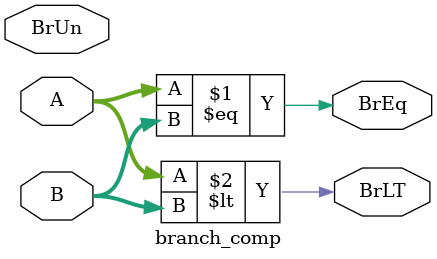
<source format=v>
 module branch_comp (A,B,BrUn,BrEq,BrLT);
 input [31:0] A,B;
 input BrUn ;
 output BrEq,BrLT;

assign BrEq = (A == B);
assign BrLT = (A < B) ;
endmodule 

</source>
